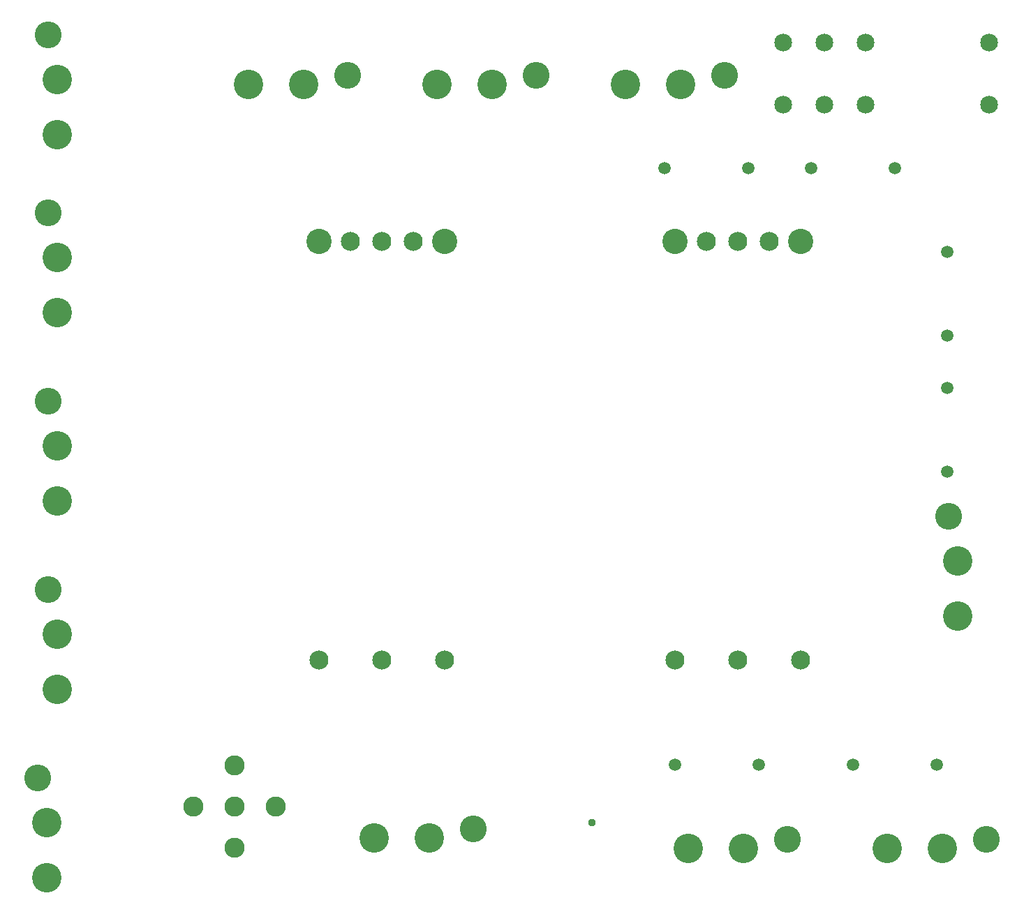
<source format=gbs>
G04 EAGLE Gerber RS-274X export*
G04 #@! %TF.Part,Single*
G04 #@! %TF.FileFunction,Other,Bottom Soldermask*
G04 #@! %TF.FilePolarity,Positive*
G04 #@! %TF.GenerationSoftware,Autodesk,EAGLE,9.5.2*
G04 #@! %TF.CreationDate,2020-01-10T22:13:51Z*
G75*
%MOIN*%
%FSLAX34Y34*%
%LPD*%
%INBottom Soldermask*%
%IPPOS*%
%AMOC8*
5,1,8,0,0,1.08239X$1,22.5*%
G01*
%ADD10C,0.140874*%
%ADD11C,0.128079*%
%ADD12C,0.084772*%
%ADD13C,0.090677*%
%ADD14C,0.120795*%
%ADD15C,0.059496*%
%ADD16C,0.096583*%
%ADD17C,0.037780*%


D10*
X4000Y59114D03*
X4000Y61752D03*
D11*
X3567Y63878D03*
D10*
X4000Y67614D03*
X4000Y70252D03*
D11*
X3567Y72378D03*
D10*
X22114Y70000D03*
X24752Y70000D03*
D11*
X26878Y70433D03*
D10*
X31114Y70000D03*
X33752Y70000D03*
D11*
X35878Y70433D03*
D12*
X48500Y72000D03*
X42594Y72000D03*
X40626Y72000D03*
X38657Y72000D03*
X38657Y69047D03*
X40626Y69047D03*
X42594Y69047D03*
X48500Y69047D03*
D10*
X13114Y70000D03*
X15752Y70000D03*
D11*
X17878Y70433D03*
D10*
X4000Y50114D03*
X4000Y52752D03*
D11*
X3567Y54878D03*
D10*
X4000Y41114D03*
X4000Y43752D03*
D11*
X3567Y45878D03*
D10*
X3500Y32114D03*
X3500Y34752D03*
D11*
X3067Y36878D03*
D10*
X47000Y44614D03*
X47000Y47252D03*
D11*
X46567Y49378D03*
D13*
X16500Y42500D03*
X19500Y42500D03*
X22500Y42500D03*
D14*
X22500Y62500D03*
D13*
X21000Y62500D03*
X19500Y62500D03*
X18000Y62500D03*
D14*
X16500Y62500D03*
D13*
X33500Y42500D03*
X36500Y42500D03*
X39500Y42500D03*
D14*
X39500Y62500D03*
D13*
X38000Y62500D03*
X36500Y62500D03*
X35000Y62500D03*
D14*
X33500Y62500D03*
D10*
X19114Y34000D03*
X21752Y34000D03*
D11*
X23878Y34433D03*
D15*
X37500Y37500D03*
X33500Y37500D03*
X33000Y66000D03*
X37000Y66000D03*
X46000Y37500D03*
X42000Y37500D03*
X40000Y66000D03*
X44000Y66000D03*
X46500Y51500D03*
X46500Y55500D03*
X46500Y62000D03*
X46500Y58000D03*
D10*
X34114Y33500D03*
X36752Y33500D03*
D11*
X38878Y33933D03*
D10*
X43614Y33500D03*
X46252Y33500D03*
D11*
X48378Y33933D03*
D16*
X10500Y35500D03*
X12469Y37469D03*
X14437Y35500D03*
X12469Y33531D03*
X12469Y35500D03*
D17*
X29520Y34740D03*
M02*

</source>
